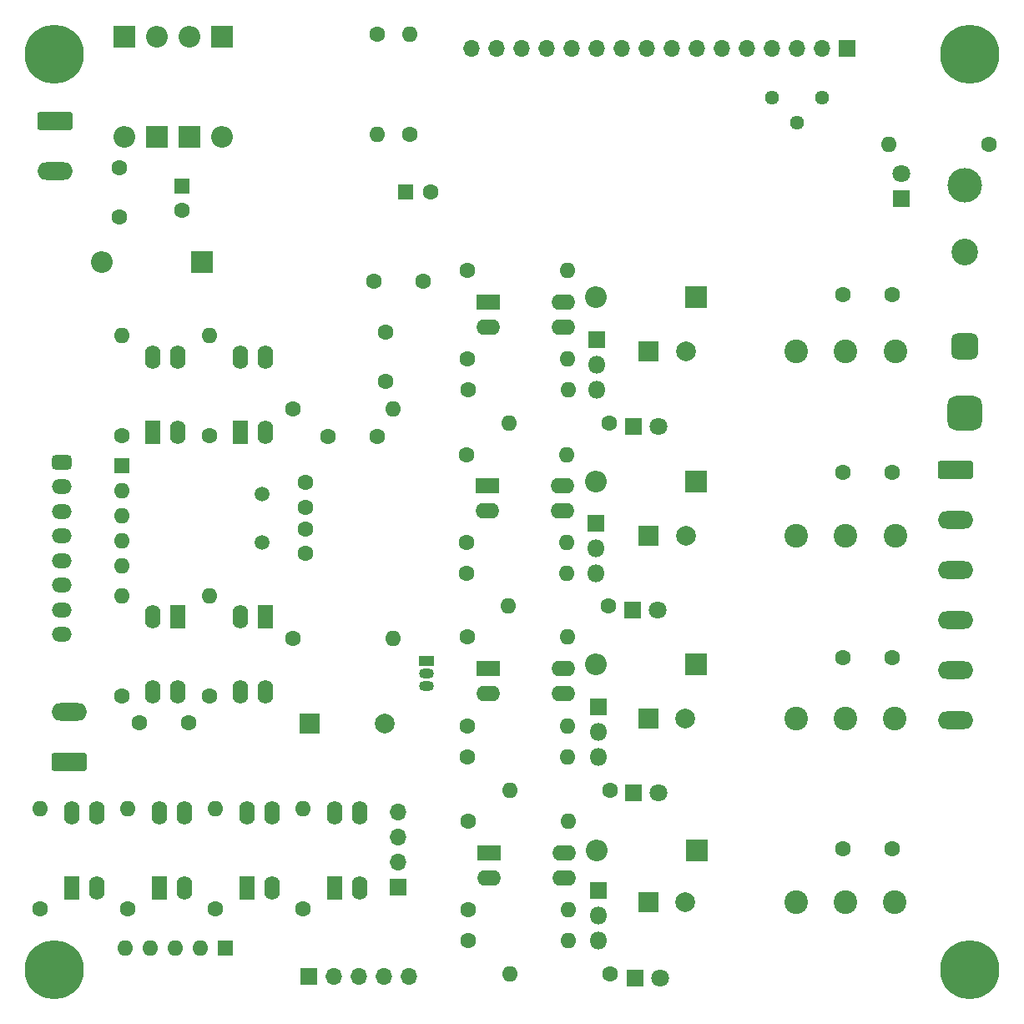
<source format=gbr>
%TF.GenerationSoftware,KiCad,Pcbnew,(6.0.8)*%
%TF.CreationDate,2023-07-19T02:04:09+05:30*%
%TF.ProjectId,STM32DryerPCB_V2,53544d33-3244-4727-9965-725043425f56,rev?*%
%TF.SameCoordinates,Original*%
%TF.FileFunction,Soldermask,Bot*%
%TF.FilePolarity,Negative*%
%FSLAX46Y46*%
G04 Gerber Fmt 4.6, Leading zero omitted, Abs format (unit mm)*
G04 Created by KiCad (PCBNEW (6.0.8)) date 2023-07-19 02:04:09*
%MOMM*%
%LPD*%
G01*
G04 APERTURE LIST*
G04 Aperture macros list*
%AMRoundRect*
0 Rectangle with rounded corners*
0 $1 Rounding radius*
0 $2 $3 $4 $5 $6 $7 $8 $9 X,Y pos of 4 corners*
0 Add a 4 corners polygon primitive as box body*
4,1,4,$2,$3,$4,$5,$6,$7,$8,$9,$2,$3,0*
0 Add four circle primitives for the rounded corners*
1,1,$1+$1,$2,$3*
1,1,$1+$1,$4,$5*
1,1,$1+$1,$6,$7*
1,1,$1+$1,$8,$9*
0 Add four rect primitives between the rounded corners*
20,1,$1+$1,$2,$3,$4,$5,0*
20,1,$1+$1,$4,$5,$6,$7,0*
20,1,$1+$1,$6,$7,$8,$9,0*
20,1,$1+$1,$8,$9,$2,$3,0*%
G04 Aperture macros list end*
%ADD10R,1.700000X1.700000*%
%ADD11O,1.700000X1.700000*%
%ADD12C,1.600000*%
%ADD13R,2.000000X2.000000*%
%ADD14C,2.000000*%
%ADD15C,2.400000*%
%ADD16R,2.200000X2.200000*%
%ADD17O,2.200000X2.200000*%
%ADD18O,1.600000X1.600000*%
%ADD19R,1.800000X1.800000*%
%ADD20C,1.800000*%
%ADD21C,6.000000*%
%ADD22O,1.800000X1.800000*%
%ADD23R,2.400000X1.600000*%
%ADD24O,2.400000X1.600000*%
%ADD25R,1.600000X2.400000*%
%ADD26O,1.600000X2.400000*%
%ADD27RoundRect,0.875000X0.875000X-0.875000X0.875000X0.875000X-0.875000X0.875000X-0.875000X-0.875000X0*%
%ADD28RoundRect,0.675000X0.675000X-0.675000X0.675000X0.675000X-0.675000X0.675000X-0.675000X-0.675000X0*%
%ADD29C,3.500000*%
%ADD30C,2.700000*%
%ADD31C,1.500000*%
%ADD32R,1.600000X1.600000*%
%ADD33RoundRect,0.250000X-1.550000X0.650000X-1.550000X-0.650000X1.550000X-0.650000X1.550000X0.650000X0*%
%ADD34O,3.600000X1.800000*%
%ADD35R,1.500000X1.050000*%
%ADD36O,1.500000X1.050000*%
%ADD37C,1.440000*%
%ADD38RoundRect,0.250000X1.550000X-0.650000X1.550000X0.650000X-1.550000X0.650000X-1.550000X-0.650000X0*%
%ADD39RoundRect,0.375000X-0.625000X0.375000X-0.625000X-0.375000X0.625000X-0.375000X0.625000X0.375000X0*%
%ADD40O,2.000000X1.500000*%
G04 APERTURE END LIST*
D10*
%TO.C,J5*%
X132150000Y-118590000D03*
D11*
X132150000Y-116050000D03*
X132150000Y-113510000D03*
X132150000Y-110970000D03*
%TD*%
D10*
%TO.C,J8*%
X123139200Y-127609600D03*
D11*
X125679200Y-127609600D03*
X128219200Y-127609600D03*
X130759200Y-127609600D03*
X133299200Y-127609600D03*
%TD*%
D12*
%TO.C,RV2*%
X177332000Y-95299400D03*
X182332000Y-95299400D03*
%TD*%
%TO.C,RV4*%
X177332000Y-58418600D03*
X182332000Y-58418600D03*
%TD*%
%TO.C,RV1*%
X177332000Y-114705000D03*
X182332000Y-114705000D03*
%TD*%
%TO.C,RV5*%
X177332000Y-76452600D03*
X182332000Y-76452600D03*
%TD*%
D13*
%TO.C,U19*%
X157609600Y-64249000D03*
D14*
X161359600Y-64249000D03*
D15*
X172609600Y-64249000D03*
X177609600Y-64249000D03*
X182609600Y-64249000D03*
%TD*%
D12*
%TO.C,C3*%
X125058800Y-72821800D03*
X130058800Y-72821800D03*
%TD*%
D16*
%TO.C,D2*%
X104394000Y-32258000D03*
D17*
X104394000Y-42418000D03*
%TD*%
D12*
%TO.C,R9*%
X113030000Y-99187000D03*
D18*
X113030000Y-89027000D03*
%TD*%
D19*
%TO.C,D11*%
X156052600Y-71831200D03*
D20*
X158592600Y-71831200D03*
%TD*%
D12*
%TO.C,R11*%
X113665000Y-120777000D03*
D18*
X113665000Y-110617000D03*
%TD*%
D21*
%TO.C,H3*%
X190200000Y-126950000D03*
%TD*%
D12*
%TO.C,R14*%
X139293600Y-120853200D03*
D18*
X149453600Y-120853200D03*
%TD*%
D12*
%TO.C,R22*%
X139242800Y-64973200D03*
D18*
X149402800Y-64973200D03*
%TD*%
D19*
%TO.C,D6*%
X156210000Y-127762000D03*
D20*
X158750000Y-127762000D03*
%TD*%
D12*
%TO.C,R26*%
X139141200Y-83616800D03*
D18*
X149301200Y-83616800D03*
%TD*%
D16*
%TO.C,D3*%
X110998000Y-42418000D03*
D17*
X110998000Y-32258000D03*
%TD*%
D12*
%TO.C,R18*%
X153670000Y-127373100D03*
D18*
X143510000Y-127373100D03*
%TD*%
D12*
%TO.C,R21*%
X139242800Y-56032400D03*
D18*
X149402800Y-56032400D03*
%TD*%
D19*
%TO.C,Q1*%
X152482200Y-118872000D03*
D22*
X152482200Y-121412000D03*
X152482200Y-123952000D03*
%TD*%
D16*
%TO.C,D5*%
X112318800Y-55118000D03*
D17*
X102158800Y-55118000D03*
%TD*%
D23*
%TO.C,U13*%
X141412200Y-115057000D03*
D24*
X141412200Y-117597000D03*
X149032200Y-117597000D03*
X149032200Y-115057000D03*
%TD*%
D25*
%TO.C,U6*%
X116200000Y-72405000D03*
D26*
X118740000Y-72405000D03*
X118740000Y-64785000D03*
X116200000Y-64785000D03*
%TD*%
D12*
%TO.C,R5*%
X104140000Y-99187000D03*
D18*
X104140000Y-89027000D03*
%TD*%
D19*
%TO.C,D10*%
X183235600Y-48722200D03*
D20*
X183235600Y-46182200D03*
%TD*%
D12*
%TO.C,R10*%
X104140000Y-72771000D03*
D18*
X104140000Y-62611000D03*
%TD*%
D27*
%TO.C,F1*%
X189636400Y-70483000D03*
D28*
X189636400Y-63723000D03*
D29*
X189636400Y-47373000D03*
D30*
X189636400Y-54133000D03*
%TD*%
D12*
%TO.C,R1*%
X121495000Y-70050000D03*
D18*
X131655000Y-70050000D03*
%TD*%
D12*
%TO.C,R17*%
X139242800Y-105359200D03*
D18*
X149402800Y-105359200D03*
%TD*%
D16*
%TO.C,D1*%
X107696000Y-42418000D03*
D17*
X107696000Y-32258000D03*
%TD*%
D12*
%TO.C,C4*%
X103886000Y-45607600D03*
X103886000Y-50607600D03*
%TD*%
%TO.C,R29*%
X121513600Y-93319600D03*
D18*
X131673600Y-93319600D03*
%TD*%
D12*
%TO.C,R6*%
X113030000Y-72771000D03*
D18*
X113030000Y-62611000D03*
%TD*%
D12*
%TO.C,C2*%
X122809000Y-84726000D03*
X122809000Y-82226000D03*
%TD*%
%TO.C,R20*%
X192125600Y-43230800D03*
D18*
X181965600Y-43230800D03*
%TD*%
D12*
%TO.C,R7*%
X122555000Y-120777000D03*
D18*
X122555000Y-110617000D03*
%TD*%
D12*
%TO.C,C8*%
X130937000Y-62295400D03*
X130937000Y-67295400D03*
%TD*%
D25*
%TO.C,U10*%
X107310000Y-72405000D03*
D26*
X109850000Y-72405000D03*
X109850000Y-64785000D03*
X107310000Y-64785000D03*
%TD*%
D12*
%TO.C,R25*%
X153568400Y-71475600D03*
D18*
X143408400Y-71475600D03*
%TD*%
D13*
%TO.C,U16*%
X157576500Y-101485400D03*
D14*
X161326500Y-101485400D03*
D15*
X172576500Y-101485400D03*
X177576500Y-101485400D03*
X182576500Y-101485400D03*
%TD*%
D12*
%TO.C,R12*%
X139293600Y-111861600D03*
D18*
X149453600Y-111861600D03*
%TD*%
D31*
%TO.C,Y1*%
X118364000Y-83577600D03*
X118364000Y-78677600D03*
%TD*%
D12*
%TO.C,C1*%
X122809000Y-80027000D03*
X122809000Y-77527000D03*
%TD*%
D21*
%TO.C,H2*%
X190200000Y-34025000D03*
%TD*%
D13*
%TO.C,U15*%
X157576500Y-120052800D03*
D14*
X161326500Y-120052800D03*
D15*
X172576500Y-120052800D03*
X177576500Y-120052800D03*
X182576500Y-120052800D03*
%TD*%
D12*
%TO.C,R15*%
X139242800Y-102209600D03*
D18*
X149402800Y-102209600D03*
%TD*%
D23*
%TO.C,U14*%
X141310600Y-96413400D03*
D24*
X141310600Y-98953400D03*
X148930600Y-98953400D03*
X148930600Y-96413400D03*
%TD*%
D32*
%TO.C,C6*%
X132959349Y-48006000D03*
D12*
X135459349Y-48006000D03*
%TD*%
D25*
%TO.C,U8*%
X107945000Y-118633000D03*
D26*
X110485000Y-118633000D03*
X110485000Y-111013000D03*
X107945000Y-111013000D03*
%TD*%
D12*
%TO.C,C7*%
X129732400Y-57124600D03*
X134732400Y-57124600D03*
%TD*%
D33*
%TO.C,J1*%
X97403100Y-40860700D03*
D34*
X97403100Y-45940700D03*
%TD*%
D33*
%TO.C,J7*%
X188747400Y-76225400D03*
D34*
X188747400Y-81305400D03*
X188747400Y-86385400D03*
X188747400Y-91465400D03*
X188747400Y-96545400D03*
X188747400Y-101625400D03*
%TD*%
D12*
%TO.C,R2*%
X133350000Y-42164000D03*
D18*
X133350000Y-32004000D03*
%TD*%
D16*
%TO.C,D12*%
X162375100Y-58674000D03*
D17*
X152215100Y-58674000D03*
%TD*%
D25*
%TO.C,U11*%
X116835000Y-118633000D03*
D26*
X119375000Y-118633000D03*
X119375000Y-111013000D03*
X116835000Y-111013000D03*
%TD*%
D13*
%TO.C,BZ1*%
X123250800Y-101955600D03*
D14*
X130850800Y-101955600D03*
%TD*%
D25*
%TO.C,U4*%
X99055000Y-118633000D03*
D26*
X101595000Y-118633000D03*
X101595000Y-111013000D03*
X99055000Y-111013000D03*
%TD*%
D16*
%TO.C,D4*%
X114300000Y-32258000D03*
D17*
X114300000Y-42418000D03*
%TD*%
D21*
%TO.C,H4*%
X97275000Y-126975000D03*
%TD*%
D12*
%TO.C,R28*%
X153517600Y-90068400D03*
D18*
X143357600Y-90068400D03*
%TD*%
D25*
%TO.C,U9*%
X118724600Y-91120200D03*
D26*
X116184600Y-91120200D03*
X116184600Y-98740200D03*
X118724600Y-98740200D03*
%TD*%
D32*
%TO.C,C5*%
X110286800Y-47412149D03*
D12*
X110286800Y-49912149D03*
%TD*%
%TO.C,R24*%
X139261100Y-68122800D03*
D18*
X149421100Y-68122800D03*
%TD*%
D19*
%TO.C,Q4*%
X152233700Y-81635600D03*
D22*
X152233700Y-84175600D03*
X152233700Y-86715600D03*
%TD*%
D16*
%TO.C,D9*%
X162407600Y-95961200D03*
D17*
X152247600Y-95961200D03*
%TD*%
D12*
%TO.C,R13*%
X139192000Y-93167200D03*
D18*
X149352000Y-93167200D03*
%TD*%
D19*
%TO.C,D13*%
X156001800Y-90424000D03*
D20*
X158541800Y-90424000D03*
%TD*%
D35*
%TO.C,Q5*%
X135072800Y-95605600D03*
D36*
X135072800Y-96875600D03*
X135072800Y-98145600D03*
%TD*%
D37*
%TO.C,RV3*%
X170088800Y-38475200D03*
X172628800Y-41015200D03*
X175168800Y-38475200D03*
%TD*%
D12*
%TO.C,R3*%
X130048000Y-32004000D03*
D18*
X130048000Y-42164000D03*
%TD*%
D19*
%TO.C,D7*%
X156103400Y-109016800D03*
D20*
X158643400Y-109016800D03*
%TD*%
D38*
%TO.C,J3*%
X98786500Y-105900500D03*
D34*
X98786500Y-100820500D03*
%TD*%
D23*
%TO.C,U17*%
X141361400Y-59227800D03*
D24*
X141361400Y-61767800D03*
X148981400Y-61767800D03*
X148981400Y-59227800D03*
%TD*%
D16*
%TO.C,D14*%
X162407600Y-77419200D03*
D17*
X152247600Y-77419200D03*
%TD*%
D16*
%TO.C,D8*%
X162458400Y-114808000D03*
D17*
X152298400Y-114808000D03*
%TD*%
D12*
%TO.C,R19*%
X153670000Y-108712000D03*
D18*
X143510000Y-108712000D03*
%TD*%
D32*
%TO.C,RN2*%
X114701000Y-124714000D03*
D18*
X112161000Y-124714000D03*
X109621000Y-124714000D03*
X107081000Y-124714000D03*
X104541000Y-124714000D03*
%TD*%
D25*
%TO.C,U5*%
X109860000Y-91171000D03*
D26*
X107320000Y-91171000D03*
X107320000Y-98791000D03*
X109860000Y-98791000D03*
%TD*%
D12*
%TO.C,R16*%
X139293600Y-123952000D03*
D18*
X149453600Y-123952000D03*
%TD*%
D12*
%TO.C,R27*%
X139141200Y-86715600D03*
D18*
X149301200Y-86715600D03*
%TD*%
D12*
%TO.C,C9*%
X110958000Y-101854000D03*
X105958000Y-101854000D03*
%TD*%
D23*
%TO.C,U18*%
X141259800Y-77871400D03*
D24*
X141259800Y-80411400D03*
X148879800Y-80411400D03*
X148879800Y-77871400D03*
%TD*%
D12*
%TO.C,R4*%
X95885000Y-120777000D03*
D18*
X95885000Y-110617000D03*
%TD*%
D39*
%TO.C,J4*%
X98044000Y-75438000D03*
D40*
X98044000Y-77938000D03*
X98044000Y-80438000D03*
X98044000Y-82938000D03*
X98044000Y-85438000D03*
X98044000Y-87938000D03*
X98044000Y-90438000D03*
X98044000Y-92938000D03*
%TD*%
D19*
%TO.C,Q2*%
X152482200Y-100279200D03*
D22*
X152482200Y-102819200D03*
X152482200Y-105359200D03*
%TD*%
D32*
%TO.C,RN1*%
X104140000Y-75799000D03*
D18*
X104140000Y-78339000D03*
X104140000Y-80879000D03*
X104140000Y-83419000D03*
X104140000Y-85959000D03*
%TD*%
D12*
%TO.C,R8*%
X104775000Y-120777000D03*
D18*
X104775000Y-110617000D03*
%TD*%
D19*
%TO.C,Q3*%
X152348100Y-63042800D03*
D22*
X152348100Y-65582800D03*
X152348100Y-68122800D03*
%TD*%
D21*
%TO.C,H1*%
X97282000Y-34036000D03*
%TD*%
D25*
%TO.C,U7*%
X125725000Y-118633000D03*
D26*
X128265000Y-118633000D03*
X128265000Y-111013000D03*
X125725000Y-111013000D03*
%TD*%
D13*
%TO.C,U20*%
X157609600Y-82892600D03*
D14*
X161359600Y-82892600D03*
D15*
X172609600Y-82892600D03*
X177609600Y-82892600D03*
X182609600Y-82892600D03*
%TD*%
D12*
%TO.C,R23*%
X139141200Y-74676000D03*
D18*
X149301200Y-74676000D03*
%TD*%
D10*
%TO.C,J2*%
X177698400Y-33477200D03*
D11*
X175158400Y-33477200D03*
X172618400Y-33477200D03*
X170078400Y-33477200D03*
X167538400Y-33477200D03*
X164998400Y-33477200D03*
X162458400Y-33477200D03*
X159918400Y-33477200D03*
X157378400Y-33477200D03*
X154838400Y-33477200D03*
X152298400Y-33477200D03*
X149758400Y-33477200D03*
X147218400Y-33477200D03*
X144678400Y-33477200D03*
X142138400Y-33477200D03*
X139598400Y-33477200D03*
%TD*%
M02*

</source>
